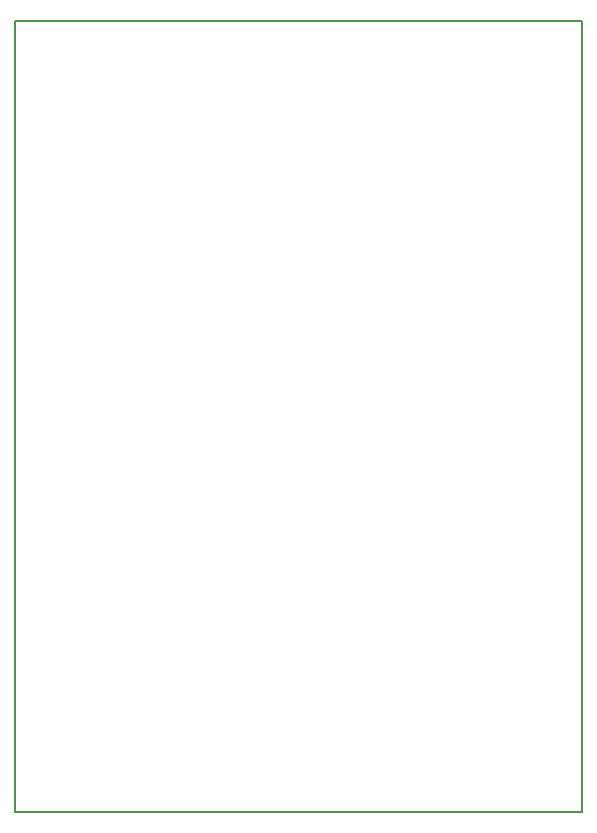
<source format=gbr>
G04 #@! TF.FileFunction,Profile,NP*
%FSLAX46Y46*%
G04 Gerber Fmt 4.6, Leading zero omitted, Abs format (unit mm)*
G04 Created by KiCad (PCBNEW 4.0.6) date 2017 May 11, Thursday 23:22:10*
%MOMM*%
%LPD*%
G01*
G04 APERTURE LIST*
%ADD10C,1.000000*%
%ADD11C,0.150000*%
G04 APERTURE END LIST*
D10*
D11*
X67067500Y-19932500D02*
X67067500Y-86932500D01*
X67067500Y-86932500D02*
X19067500Y-86932500D01*
X19067500Y-86932500D02*
X19067500Y-19932500D01*
X19067500Y-19932500D02*
X67067500Y-19932500D01*
M02*

</source>
